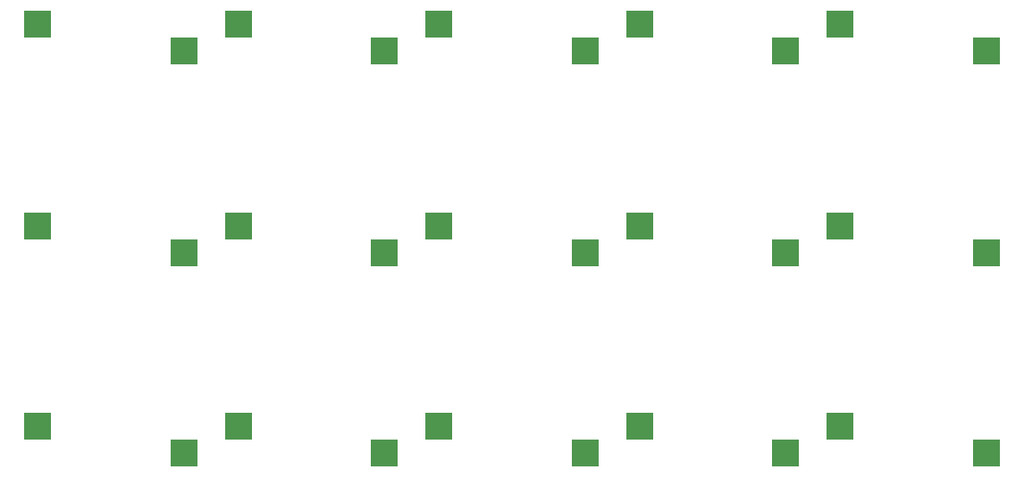
<source format=gtp>
G04 #@! TF.GenerationSoftware,KiCad,Pcbnew,9.0.1*
G04 #@! TF.CreationDate,2025-04-27T05:08:37+02:00*
G04 #@! TF.ProjectId,testing-split-kb-3w-guard-pours,74657374-696e-4672-9d73-706c69742d6b,rev?*
G04 #@! TF.SameCoordinates,Original*
G04 #@! TF.FileFunction,Paste,Top*
G04 #@! TF.FilePolarity,Positive*
%FSLAX46Y46*%
G04 Gerber Fmt 4.6, Leading zero omitted, Abs format (unit mm)*
G04 Created by KiCad (PCBNEW 9.0.1) date 2025-04-27 05:08:37*
%MOMM*%
%LPD*%
G01*
G04 APERTURE LIST*
%ADD10R,2.550000X2.500000*%
G04 APERTURE END LIST*
D10*
G04 #@! TO.C,SW11*
X96290000Y-93220000D03*
X82440000Y-90680000D03*
G04 #@! TD*
G04 #@! TO.C,SW15*
X172290000Y-93220000D03*
X158440000Y-90680000D03*
G04 #@! TD*
G04 #@! TO.C,SW1*
X96290000Y-55080000D03*
X82440000Y-52540000D03*
G04 #@! TD*
G04 #@! TO.C,SW5*
X172290000Y-55080000D03*
X158440000Y-52540000D03*
G04 #@! TD*
G04 #@! TO.C,SW2*
X115290000Y-55080000D03*
X101440000Y-52540000D03*
G04 #@! TD*
G04 #@! TO.C,SW9*
X153290000Y-74180000D03*
X139440000Y-71640000D03*
G04 #@! TD*
G04 #@! TO.C,SW14*
X153290000Y-93220000D03*
X139440000Y-90680000D03*
G04 #@! TD*
G04 #@! TO.C,SW4*
X153290000Y-55080000D03*
X139440000Y-52540000D03*
G04 #@! TD*
G04 #@! TO.C,SW6*
X96290000Y-74180000D03*
X82440000Y-71640000D03*
G04 #@! TD*
G04 #@! TO.C,SW8*
X134290000Y-74180000D03*
X120440000Y-71640000D03*
G04 #@! TD*
G04 #@! TO.C,SW7*
X115290000Y-74180000D03*
X101440000Y-71640000D03*
G04 #@! TD*
G04 #@! TO.C,SW10*
X172290000Y-74180000D03*
X158440000Y-71640000D03*
G04 #@! TD*
G04 #@! TO.C,SW13*
X134290000Y-93220000D03*
X120440000Y-90680000D03*
G04 #@! TD*
G04 #@! TO.C,SW12*
X115290000Y-93220000D03*
X101440000Y-90680000D03*
G04 #@! TD*
G04 #@! TO.C,SW3*
X134290000Y-55080000D03*
X120440000Y-52540000D03*
G04 #@! TD*
M02*

</source>
